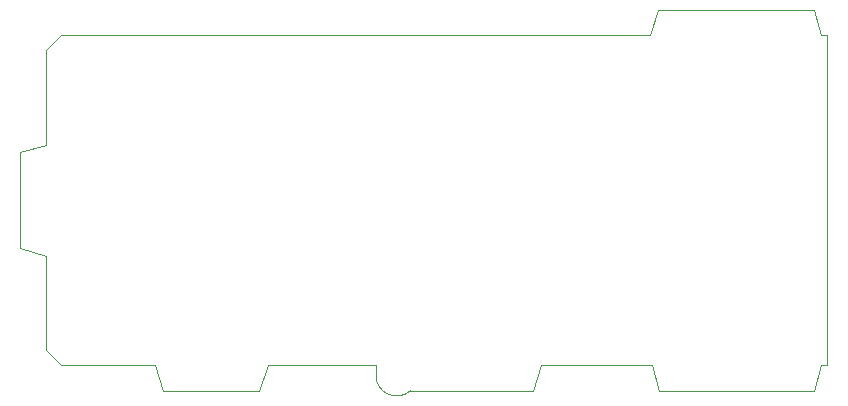
<source format=gm1>
G04 #@! TF.GenerationSoftware,KiCad,Pcbnew,6.0.9-8da3e8f707~116~ubuntu20.04.1*
G04 #@! TF.CreationDate,2023-03-26T17:34:06+00:00*
G04 #@! TF.ProjectId,LEC011102,4c454330-3131-4313-9032-2e6b69636164,rev?*
G04 #@! TF.SameCoordinates,Original*
G04 #@! TF.FileFunction,Profile,NP*
%FSLAX46Y46*%
G04 Gerber Fmt 4.6, Leading zero omitted, Abs format (unit mm)*
G04 Created by KiCad (PCBNEW 6.0.9-8da3e8f707~116~ubuntu20.04.1) date 2023-03-26 17:34:06*
%MOMM*%
%LPD*%
G01*
G04 APERTURE LIST*
G04 #@! TA.AperFunction,Profile*
%ADD10C,0.050000*%
G04 #@! TD*
G04 APERTURE END LIST*
D10*
X145034000Y-59309000D02*
X145669000Y-57150000D01*
X145669000Y-29210000D02*
X146177000Y-29210000D01*
X80010000Y-55245000D02*
X80010000Y-55880000D01*
X131191000Y-29210000D02*
X81915000Y-29210000D01*
X146177000Y-57150000D02*
X146177000Y-29210000D01*
X80010000Y-30480000D02*
X80010000Y-38481000D01*
X110871000Y-59309000D02*
X121285000Y-59309000D01*
X145669000Y-57150000D02*
X146177000Y-57150000D01*
X80010000Y-55880000D02*
X81280000Y-57150000D01*
X145669000Y-29210000D02*
X145034000Y-27051000D01*
X107950059Y-58038999D02*
G75*
G03*
X110871000Y-59309000I1750041J30999D01*
G01*
X98044000Y-59309000D02*
X98806000Y-57150000D01*
X80010000Y-38481000D02*
X77851000Y-39116000D01*
X81280000Y-29210000D02*
X80010000Y-30480000D01*
X131318000Y-57150000D02*
X131953000Y-59309000D01*
X131826000Y-27051000D02*
X131191000Y-29210000D01*
X121920000Y-57150000D02*
X131318000Y-57150000D01*
X121285000Y-59309000D02*
X121920000Y-57150000D01*
X77851000Y-47244000D02*
X80010000Y-47879000D01*
X98806000Y-57150000D02*
X107950000Y-57150000D01*
X107950000Y-58039000D02*
X107950000Y-57150000D01*
X81915000Y-29210000D02*
X81280000Y-29210000D01*
X89281000Y-57150000D02*
X89916000Y-59309000D01*
X81280000Y-57150000D02*
X89281000Y-57150000D01*
X131953000Y-59309000D02*
X145034000Y-59309000D01*
X89916000Y-59309000D02*
X98044000Y-59309000D01*
X145034000Y-27051000D02*
X131826000Y-27051000D01*
X80010000Y-47879000D02*
X80010000Y-55245000D01*
X77851000Y-39116000D02*
X77851000Y-47244000D01*
M02*

</source>
